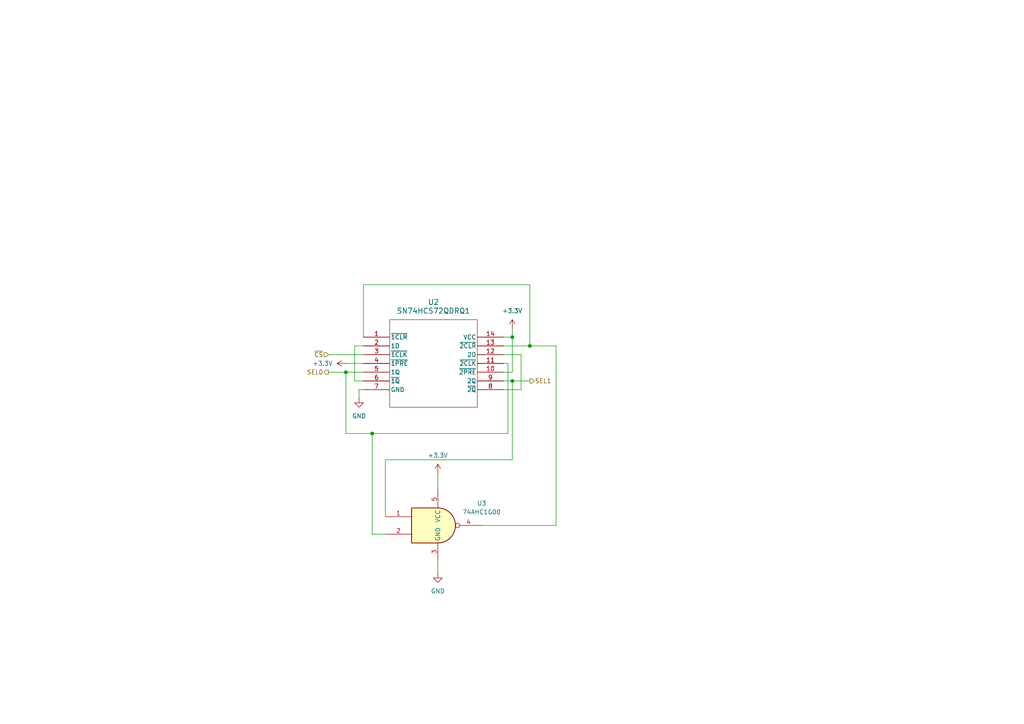
<source format=kicad_sch>
(kicad_sch (version 20250114) (generator "eeschema") (generator_version "9.0")
  (paper "A4")
  (lib_symbols
    (symbol "74xGxx:74AHC1G00"
      (property "Reference" "U" (at -2.54 3.81 0))
      (property "Value" "74AHC1G00" (at 0 -3.81 0))
      (symbol "74AHC1G00_0_1"
        (arc (start 0 5.08) (mid 5.0579 0) (end 0 -5.08) (stroke (width 0.254)) (fill (type background)))
        (polyline (pts (xy 0 -5.08) (xy -7.62 -5.08) (xy -7.62 5.08) (xy 0 5.08)) (stroke (width 0.254)) (fill (type background)))
      )
      (symbol "74AHC1G00_1_1"
        (pin input line (at -15.24 2.54 0) (length 7.62) (name "~") (number "1"))
        (pin input line (at -15.24 -2.54 0) (length 7.62) (name "~") (number "2"))
        (pin power_in line (at 0 10.16 270) (length 5.08) (name "VCC") (number "5"))
        (pin power_in line (at 0 -10.16 90) (length 5.08) (name "GND") (number "3"))
        (pin output inverted (at 12.7 0 180) (length 7.62) (name "~") (number "4"))
      )
    )
    (symbol "power:+3.3V" (power) (pin_numbers (hide yes)) (pin_names (offset 0) (hide yes))
      (property "Value" "+3.3V" (at 0 3.556 0))
      (symbol "+3.3V_0_1"
        (polyline (pts (xy -0.762 1.27) (xy 0 2.54)))
        (polyline (pts (xy 0 2.54) (xy 0.762 1.27)))
        (polyline (pts (xy 0 0) (xy 0 2.54)))
      )
      (symbol "+3.3V_1_1"
        (pin power_in line (at 0 0 90) (length 0) (name "~") (number "1"))
      )
    )
    (symbol "power:GND" (power) (pin_numbers (hide yes)) (pin_names (offset 0) (hide yes))
      (property "Value" "GND" (at 0 -3.81 0))
      (symbol "GND_0_1"
        (polyline (pts (xy 0 0) (xy 0 -1.27) (xy 1.27 -1.27) (xy 0 -2.54) (xy -1.27 -1.27) (xy 0 -1.27)))
      )
      (symbol "GND_1_1"
        (pin power_in line (at 0 0 270) (length 0) (name "~") (number "1"))
      )
    )
    (symbol "strain-gauge:SN74HCS72QDRQ1" (pin_names (offset 0.254))
      (property "Reference" "U" (at 20.32 10.16 0))
      (property "Value" "SN74HCS72QDRQ1" (at 20.32 7.62 0))
      (symbol "SN74HCS72QDRQ1_0_1"
        (polyline (pts (xy 7.62 5.08) (xy 7.62 -20.32)) (stroke (width 0.127)))
        (polyline (pts (xy 7.62 -20.32) (xy 33.02 -20.32)) (stroke (width 0.127)))
        (polyline (pts (xy 33.02 5.08) (xy 7.62 5.08)) (stroke (width 0.127)))
        (polyline (pts (xy 33.02 -20.32) (xy 33.02 5.08)) (stroke (width 0.127)))
        (pin bidirectional line (at 0 0 0) (length 7.62) (name "~{1CLR}") (number "1"))
        (pin bidirectional line (at 0 -2.54 0) (length 7.62) (name "1D") (number "2"))
        (pin bidirectional line (at 0 -5.08 0) (length 7.62) (name "~{1CLK}") (number "3"))
        (pin bidirectional line (at 0 -7.62 0) (length 7.62) (name "~{1PRE}") (number "4"))
        (pin bidirectional line (at 0 -10.16 0) (length 7.62) (name "1Q") (number "5"))
        (pin bidirectional line (at 0 -12.7 0) (length 7.62) (name "~{1Q}") (number "6"))
        (pin power_out line (at 0 -15.24 0) (length 7.62) (name "GND") (number "7"))
        (pin power_in line (at 40.64 0 180) (length 7.62) (name "VCC") (number "14"))
        (pin bidirectional line (at 40.64 -2.54 180) (length 7.62) (name "~{2CLR}") (number "13"))
        (pin bidirectional line (at 40.64 -5.08 180) (length 7.62) (name "2D") (number "12"))
        (pin bidirectional line (at 40.64 -7.62 180) (length 7.62) (name "~{2CLK}") (number "11"))
        (pin bidirectional line (at 40.64 -10.16 180) (length 7.62) (name "~{2PRE}") (number "10"))
        (pin bidirectional line (at 40.64 -12.7 180) (length 7.62) (name "2Q") (number "9"))
        (pin bidirectional line (at 40.64 -15.24 180) (length 7.62) (name "~{2Q}") (number "8"))
      )
    )
  )
  (junction (at 148.59 110.49))
  (junction (at 153.67 100.33))
  (junction (at 100.33 107.95))
  (junction (at 107.95 125.73))
  (junction (at 148.59 97.79))
  (wire (pts (xy 148.59 110.49) (xy 148.59 133.35)))
  (wire (pts (xy 146.05 107.95) (xy 148.59 107.95)))
  (wire (pts (xy 105.41 82.55) (xy 153.67 82.55)))
  (wire (pts (xy 161.29 152.4) (xy 161.29 100.33)))
  (wire (pts (xy 100.33 105.41) (xy 105.41 105.41)))
  (wire (pts (xy 147.32 105.41) (xy 146.05 105.41)))
  (wire (pts (xy 105.41 97.79) (xy 105.41 82.55)))
  (wire (pts (xy 100.33 125.73) (xy 107.95 125.73)))
  (wire (pts (xy 147.32 125.73) (xy 147.32 105.41)))
  (wire (pts (xy 148.59 133.35) (xy 111.76 133.35)))
  (wire (pts (xy 161.29 100.33) (xy 153.67 100.33)))
  (wire (pts (xy 102.87 100.33) (xy 105.41 100.33)))
  (wire (pts (xy 151.13 102.87) (xy 146.05 102.87)))
  (wire (pts (xy 102.87 110.49) (xy 102.87 100.33)))
  (wire (pts (xy 148.59 110.49) (xy 153.67 110.49)))
  (wire (pts (xy 139.7 152.4) (xy 161.29 152.4)))
  (wire (pts (xy 151.13 113.03) (xy 151.13 102.87)))
  (wire (pts (xy 111.76 133.35) (xy 111.76 149.86)))
  (wire (pts (xy 104.14 113.03) (xy 105.41 113.03)))
  (wire (pts (xy 107.95 154.94) (xy 111.76 154.94)))
  (wire (pts (xy 107.95 125.73) (xy 147.32 125.73)))
  (wire (pts (xy 95.25 102.87) (xy 105.41 102.87)))
  (wire (pts (xy 146.05 97.79) (xy 148.59 97.79)))
  (wire (pts (xy 146.05 110.49) (xy 148.59 110.49)))
  (wire (pts (xy 100.33 107.95) (xy 105.41 107.95)))
  (wire (pts (xy 148.59 107.95) (xy 148.59 97.79)))
  (wire (pts (xy 146.05 100.33) (xy 153.67 100.33)))
  (wire (pts (xy 100.33 107.95) (xy 100.33 125.73)))
  (wire (pts (xy 105.41 110.49) (xy 102.87 110.49)))
  (wire (pts (xy 127 162.56) (xy 127 166.37)))
  (wire (pts (xy 127 137.16) (xy 127 142.24)))
  (wire (pts (xy 146.05 113.03) (xy 151.13 113.03)))
  (wire (pts (xy 107.95 125.73) (xy 107.95 154.94)))
  (wire (pts (xy 104.14 115.57) (xy 104.14 113.03)))
  (wire (pts (xy 95.25 107.95) (xy 100.33 107.95)))
  (wire (pts (xy 153.67 82.55) (xy 153.67 100.33)))
  (wire (pts (xy 148.59 97.79) (xy 148.59 95.25)))
  (hierarchical_label "SEL0" (shape output) (at 95.25 107.95 180))
  (hierarchical_label "~{CS}" (shape input) (at 95.25 102.87 180))
  (hierarchical_label "SEL1" (shape output) (at 153.67 110.49 0))
  (symbol (lib_id "74xGxx:74AHC1G00") (at 127 152.4 0) (unit 1)
    (property "Reference" "U3" (at 139.7 145.9798 0))
    (property "Value" "74AHC1G00" (at 139.7 148.5198 0))
    (property "Datasheet" "http://www.ti.com/lit/sg/scyt129e/scyt129e.pdf" (effects (hide yes)))
    (property "Description" "Single NAND Gate, Low-Voltage CMOS" (effects (hide yes)))
  )
  (symbol (lib_id "power:+3.3V") (at 148.59 95.25 0) (unit 1)
    (property "Reference" "#PWR07" (effects (hide yes)))
    (property "Value" "+3.3V" (at 148.59 90.17 0))
    (property "Description" "Power symbol creates a global label with name \"+3.3V\"" (effects (hide yes)))
  )
  (symbol (lib_id "power:+3.3V") (at 100.33 105.41 90) (unit 1)
    (property "Reference" "#PWR08" (effects (hide yes)))
    (property "Value" "+3.3V" (at 96.52 105.4099 90) (effects (justify left)))
    (property "Description" "Power symbol creates a global label with name \"+3.3V\"" (effects (hide yes)))
  )
  (symbol (lib_id "power:+3.3V") (at 127 137.16 0) (unit 1)
    (property "Reference" "#PWR09" (effects (hide yes)))
    (property "Value" "+3.3V" (at 127 132.08 0))
    (property "Description" "Power symbol creates a global label with name \"+3.3V\"" (effects (hide yes)))
  )
  (symbol (lib_id "power:GND") (at 104.14 115.57 0) (unit 1)
    (property "Reference" "#PWR05" (effects (hide yes)))
    (property "Value" "GND" (at 104.14 120.65 0))
    (property "Description" "Power symbol creates a global label with name \"GND\" , ground" (effects (hide yes)))
  )
  (symbol (lib_id "strain-gauge:SN74HCS72QDRQ1") (at 105.41 97.79 0) (unit 1)
    (property "Reference" "U2" (at 125.73 87.63 0) (effects (font (size 1.524 1.524))))
    (property "Value" "SN74HCS72QDRQ1" (at 125.73 90.17 0) (effects (font (size 1.524 1.524))))
    (property "Footprint" "SOIC_QDRQ1_TEX" (effects (hide yes)))
    (property "Datasheet" "SN74HCS72QDRQ1" (effects (hide yes)))
  )
  (symbol (lib_id "power:GND") (at 127 166.37 0) (unit 1)
    (property "Reference" "#PWR010" (effects (hide yes)))
    (property "Value" "GND" (at 127 171.45 0))
    (property "Description" "Power symbol creates a global label with name \"GND\" , ground" (effects (hide yes)))
  )
)
</source>
